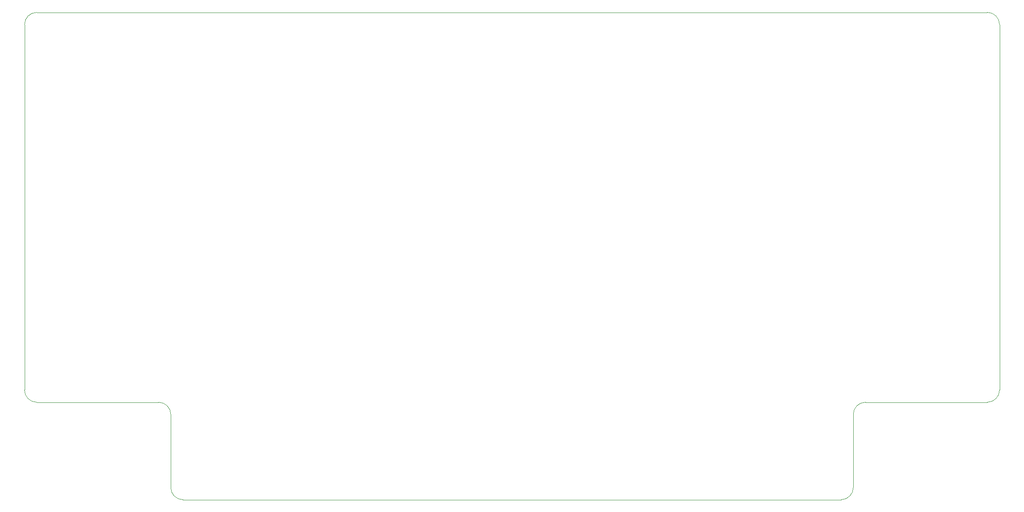
<source format=gm1>
G04 #@! TF.GenerationSoftware,KiCad,Pcbnew,(5.1.12)-1*
G04 #@! TF.CreationDate,2022-09-08T23:58:54-04:00*
G04 #@! TF.ProjectId,my-keeb-pro-micro,6d792d6b-6565-4622-9d70-726f2d6d6963,rev?*
G04 #@! TF.SameCoordinates,Original*
G04 #@! TF.FileFunction,Profile,NP*
%FSLAX46Y46*%
G04 Gerber Fmt 4.6, Leading zero omitted, Abs format (unit mm)*
G04 Created by KiCad (PCBNEW (5.1.12)-1) date 2022-09-08 23:58:54*
%MOMM*%
%LPD*%
G01*
G04 APERTURE LIST*
G04 #@! TA.AperFunction,Profile*
%ADD10C,0.050000*%
G04 #@! TD*
G04 APERTURE END LIST*
D10*
X200818750Y-88900000D02*
X177006250Y-88900000D01*
X174625000Y-91281250D02*
G75*
G02*
X177006250Y-88900000I2381250J0D01*
G01*
X203200000Y-86518750D02*
G75*
G02*
X200818750Y-88900000I-2381250J0D01*
G01*
X174625000Y-105568750D02*
G75*
G02*
X172243750Y-107950000I-2381250J0D01*
G01*
X174625000Y-105568750D02*
X174625000Y-91281250D01*
X43656250Y-107950000D02*
X172243750Y-107950000D01*
X203200000Y-15081250D02*
X203200000Y-86518750D01*
X41275000Y-91281250D02*
X41275000Y-105568750D01*
X15081250Y-88900000D02*
X38893750Y-88900000D01*
X38893750Y-88900000D02*
G75*
G02*
X41275000Y-91281250I0J-2381250D01*
G01*
X43656250Y-107950000D02*
G75*
G02*
X41275000Y-105568750I0J2381250D01*
G01*
X15081250Y-12700000D02*
X200818750Y-12700000D01*
X12700000Y-15081250D02*
X12700000Y-86518750D01*
X12700000Y-15081250D02*
G75*
G02*
X15081250Y-12700000I2381250J0D01*
G01*
X15081250Y-88900000D02*
G75*
G02*
X12700000Y-86518750I0J2381250D01*
G01*
X200818750Y-12700000D02*
G75*
G02*
X203200000Y-15081250I0J-2381250D01*
G01*
M02*

</source>
